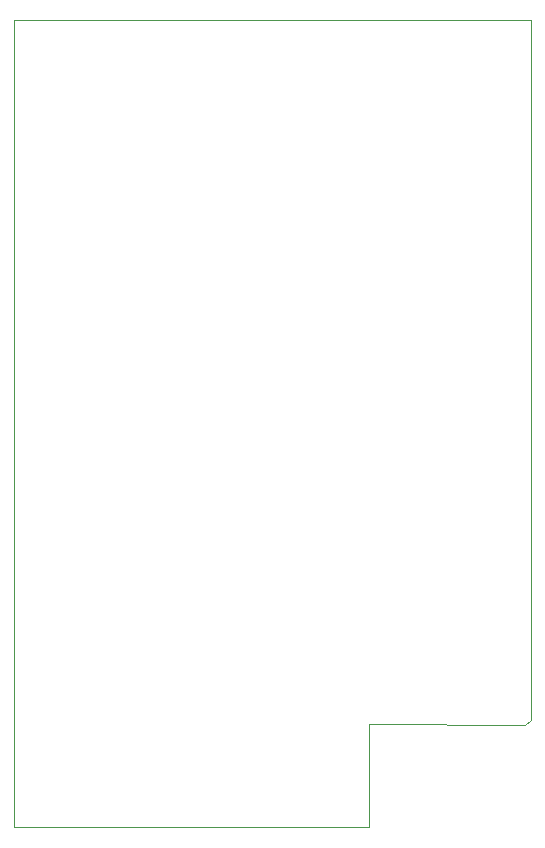
<source format=gbr>
%TF.GenerationSoftware,KiCad,Pcbnew,(6.0.2)*%
%TF.CreationDate,2024-03-24T18:16:07+01:00*%
%TF.ProjectId,amigaps2 revision1.105,616d6967-6170-4733-9220-726576697369,rev?*%
%TF.SameCoordinates,Original*%
%TF.FileFunction,Profile,NP*%
%FSLAX46Y46*%
G04 Gerber Fmt 4.6, Leading zero omitted, Abs format (unit mm)*
G04 Created by KiCad (PCBNEW (6.0.2)) date 2024-03-24 18:16:07*
%MOMM*%
%LPD*%
G01*
G04 APERTURE LIST*
%TA.AperFunction,Profile*%
%ADD10C,0.100000*%
%TD*%
G04 APERTURE END LIST*
D10*
X176026475Y-112815468D02*
X175490000Y-113230000D01*
X175971200Y-53594000D02*
X156718000Y-53594000D01*
X132200000Y-121900000D02*
X162306000Y-121920000D01*
X154940000Y-53594000D02*
X137160000Y-53594000D01*
X175967675Y-53594000D02*
X176026475Y-112670000D01*
X132200000Y-121900000D02*
X132200000Y-115740500D01*
X162300000Y-113490000D02*
X162290000Y-113210000D01*
X176026475Y-112670000D02*
X176026475Y-112815468D01*
X162300000Y-113490000D02*
X162306000Y-121920000D01*
X132200000Y-53594000D02*
X132200000Y-115740500D01*
X156718000Y-53594000D02*
X154940000Y-53594000D01*
X137160000Y-53594000D02*
X132200000Y-53594000D01*
X175490000Y-113230000D02*
X162290000Y-113210000D01*
M02*

</source>
